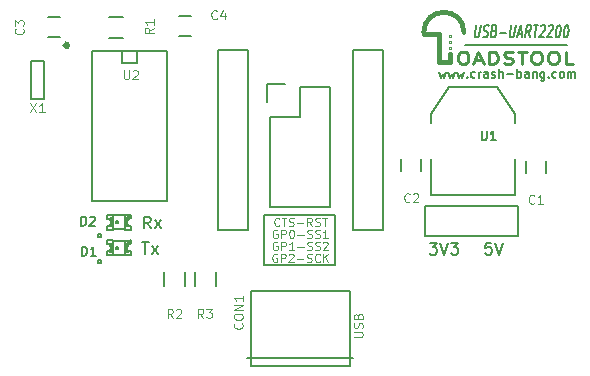
<source format=gto>
G04 #@! TF.FileFunction,Legend,Top*
%FSLAX46Y46*%
G04 Gerber Fmt 4.6, Leading zero omitted, Abs format (unit mm)*
G04 Created by KiCad (PCBNEW (2015-04-22 BZR 5620)-product) date 28/04/2015 22:04:39*
%MOMM*%
G01*
G04 APERTURE LIST*
%ADD10C,0.100000*%
%ADD11C,0.125000*%
%ADD12C,0.200000*%
%ADD13C,0.127000*%
%ADD14C,0.175000*%
%ADD15C,0.400000*%
%ADD16C,0.150000*%
%ADD17C,0.300000*%
%ADD18C,0.250000*%
G04 APERTURE END LIST*
D10*
D11*
X212815714Y-126691571D02*
X213432571Y-126691571D01*
X213505143Y-126655286D01*
X213541429Y-126619000D01*
X213577714Y-126546429D01*
X213577714Y-126401286D01*
X213541429Y-126328714D01*
X213505143Y-126292429D01*
X213432571Y-126256143D01*
X212815714Y-126256143D01*
X213541429Y-125929571D02*
X213577714Y-125820714D01*
X213577714Y-125639285D01*
X213541429Y-125566714D01*
X213505143Y-125530428D01*
X213432571Y-125494143D01*
X213360000Y-125494143D01*
X213287429Y-125530428D01*
X213251143Y-125566714D01*
X213214857Y-125639285D01*
X213178571Y-125784428D01*
X213142286Y-125857000D01*
X213106000Y-125893285D01*
X213033429Y-125929571D01*
X212960857Y-125929571D01*
X212888286Y-125893285D01*
X212852000Y-125857000D01*
X212815714Y-125784428D01*
X212815714Y-125603000D01*
X212852000Y-125494143D01*
X213178571Y-124913571D02*
X213214857Y-124804714D01*
X213251143Y-124768429D01*
X213323714Y-124732143D01*
X213432571Y-124732143D01*
X213505143Y-124768429D01*
X213541429Y-124804714D01*
X213577714Y-124877286D01*
X213577714Y-125167571D01*
X212815714Y-125167571D01*
X212815714Y-124913571D01*
X212852000Y-124841000D01*
X212888286Y-124804714D01*
X212960857Y-124768429D01*
X213033429Y-124768429D01*
X213106000Y-124804714D01*
X213142286Y-124841000D01*
X213178571Y-124913571D01*
X213178571Y-125167571D01*
D12*
X205232000Y-120586500D02*
X205232000Y-116332000D01*
X211264500Y-120586500D02*
X205232000Y-120586500D01*
X211264500Y-116332000D02*
X211264500Y-120586500D01*
X205232000Y-116332000D02*
X211264500Y-116332000D01*
D11*
X206313333Y-119665000D02*
X206246667Y-119631667D01*
X206146667Y-119631667D01*
X206046667Y-119665000D01*
X205980000Y-119731667D01*
X205946667Y-119798333D01*
X205913333Y-119931667D01*
X205913333Y-120031667D01*
X205946667Y-120165000D01*
X205980000Y-120231667D01*
X206046667Y-120298333D01*
X206146667Y-120331667D01*
X206213333Y-120331667D01*
X206313333Y-120298333D01*
X206346667Y-120265000D01*
X206346667Y-120031667D01*
X206213333Y-120031667D01*
X206646667Y-120331667D02*
X206646667Y-119631667D01*
X206913333Y-119631667D01*
X206980000Y-119665000D01*
X207013333Y-119698333D01*
X207046667Y-119765000D01*
X207046667Y-119865000D01*
X207013333Y-119931667D01*
X206980000Y-119965000D01*
X206913333Y-119998333D01*
X206646667Y-119998333D01*
X207313333Y-119698333D02*
X207346667Y-119665000D01*
X207413333Y-119631667D01*
X207580000Y-119631667D01*
X207646667Y-119665000D01*
X207680000Y-119698333D01*
X207713333Y-119765000D01*
X207713333Y-119831667D01*
X207680000Y-119931667D01*
X207280000Y-120331667D01*
X207713333Y-120331667D01*
X208013334Y-120065000D02*
X208546667Y-120065000D01*
X208846667Y-120298333D02*
X208946667Y-120331667D01*
X209113334Y-120331667D01*
X209180001Y-120298333D01*
X209213334Y-120265000D01*
X209246667Y-120198333D01*
X209246667Y-120131667D01*
X209213334Y-120065000D01*
X209180001Y-120031667D01*
X209113334Y-119998333D01*
X208980001Y-119965000D01*
X208913334Y-119931667D01*
X208880001Y-119898333D01*
X208846667Y-119831667D01*
X208846667Y-119765000D01*
X208880001Y-119698333D01*
X208913334Y-119665000D01*
X208980001Y-119631667D01*
X209146667Y-119631667D01*
X209246667Y-119665000D01*
X209946668Y-120265000D02*
X209913334Y-120298333D01*
X209813334Y-120331667D01*
X209746668Y-120331667D01*
X209646668Y-120298333D01*
X209580001Y-120231667D01*
X209546668Y-120165000D01*
X209513334Y-120031667D01*
X209513334Y-119931667D01*
X209546668Y-119798333D01*
X209580001Y-119731667D01*
X209646668Y-119665000D01*
X209746668Y-119631667D01*
X209813334Y-119631667D01*
X209913334Y-119665000D01*
X209946668Y-119698333D01*
X210246668Y-120331667D02*
X210246668Y-119631667D01*
X210646668Y-120331667D02*
X210346668Y-119931667D01*
X210646668Y-119631667D02*
X210246668Y-120031667D01*
X206346666Y-118649000D02*
X206280000Y-118615667D01*
X206180000Y-118615667D01*
X206080000Y-118649000D01*
X206013333Y-118715667D01*
X205980000Y-118782333D01*
X205946666Y-118915667D01*
X205946666Y-119015667D01*
X205980000Y-119149000D01*
X206013333Y-119215667D01*
X206080000Y-119282333D01*
X206180000Y-119315667D01*
X206246666Y-119315667D01*
X206346666Y-119282333D01*
X206380000Y-119249000D01*
X206380000Y-119015667D01*
X206246666Y-119015667D01*
X206680000Y-119315667D02*
X206680000Y-118615667D01*
X206946666Y-118615667D01*
X207013333Y-118649000D01*
X207046666Y-118682333D01*
X207080000Y-118749000D01*
X207080000Y-118849000D01*
X207046666Y-118915667D01*
X207013333Y-118949000D01*
X206946666Y-118982333D01*
X206680000Y-118982333D01*
X207746666Y-119315667D02*
X207346666Y-119315667D01*
X207546666Y-119315667D02*
X207546666Y-118615667D01*
X207480000Y-118715667D01*
X207413333Y-118782333D01*
X207346666Y-118815667D01*
X208046667Y-119049000D02*
X208580000Y-119049000D01*
X208880000Y-119282333D02*
X208980000Y-119315667D01*
X209146667Y-119315667D01*
X209213334Y-119282333D01*
X209246667Y-119249000D01*
X209280000Y-119182333D01*
X209280000Y-119115667D01*
X209246667Y-119049000D01*
X209213334Y-119015667D01*
X209146667Y-118982333D01*
X209013334Y-118949000D01*
X208946667Y-118915667D01*
X208913334Y-118882333D01*
X208880000Y-118815667D01*
X208880000Y-118749000D01*
X208913334Y-118682333D01*
X208946667Y-118649000D01*
X209013334Y-118615667D01*
X209180000Y-118615667D01*
X209280000Y-118649000D01*
X209546667Y-119282333D02*
X209646667Y-119315667D01*
X209813334Y-119315667D01*
X209880001Y-119282333D01*
X209913334Y-119249000D01*
X209946667Y-119182333D01*
X209946667Y-119115667D01*
X209913334Y-119049000D01*
X209880001Y-119015667D01*
X209813334Y-118982333D01*
X209680001Y-118949000D01*
X209613334Y-118915667D01*
X209580001Y-118882333D01*
X209546667Y-118815667D01*
X209546667Y-118749000D01*
X209580001Y-118682333D01*
X209613334Y-118649000D01*
X209680001Y-118615667D01*
X209846667Y-118615667D01*
X209946667Y-118649000D01*
X210213334Y-118682333D02*
X210246668Y-118649000D01*
X210313334Y-118615667D01*
X210480001Y-118615667D01*
X210546668Y-118649000D01*
X210580001Y-118682333D01*
X210613334Y-118749000D01*
X210613334Y-118815667D01*
X210580001Y-118915667D01*
X210180001Y-119315667D01*
X210613334Y-119315667D01*
X206346666Y-117633000D02*
X206280000Y-117599667D01*
X206180000Y-117599667D01*
X206080000Y-117633000D01*
X206013333Y-117699667D01*
X205980000Y-117766333D01*
X205946666Y-117899667D01*
X205946666Y-117999667D01*
X205980000Y-118133000D01*
X206013333Y-118199667D01*
X206080000Y-118266333D01*
X206180000Y-118299667D01*
X206246666Y-118299667D01*
X206346666Y-118266333D01*
X206380000Y-118233000D01*
X206380000Y-117999667D01*
X206246666Y-117999667D01*
X206680000Y-118299667D02*
X206680000Y-117599667D01*
X206946666Y-117599667D01*
X207013333Y-117633000D01*
X207046666Y-117666333D01*
X207080000Y-117733000D01*
X207080000Y-117833000D01*
X207046666Y-117899667D01*
X207013333Y-117933000D01*
X206946666Y-117966333D01*
X206680000Y-117966333D01*
X207513333Y-117599667D02*
X207580000Y-117599667D01*
X207646666Y-117633000D01*
X207680000Y-117666333D01*
X207713333Y-117733000D01*
X207746666Y-117866333D01*
X207746666Y-118033000D01*
X207713333Y-118166333D01*
X207680000Y-118233000D01*
X207646666Y-118266333D01*
X207580000Y-118299667D01*
X207513333Y-118299667D01*
X207446666Y-118266333D01*
X207413333Y-118233000D01*
X207380000Y-118166333D01*
X207346666Y-118033000D01*
X207346666Y-117866333D01*
X207380000Y-117733000D01*
X207413333Y-117666333D01*
X207446666Y-117633000D01*
X207513333Y-117599667D01*
X208046667Y-118033000D02*
X208580000Y-118033000D01*
X208880000Y-118266333D02*
X208980000Y-118299667D01*
X209146667Y-118299667D01*
X209213334Y-118266333D01*
X209246667Y-118233000D01*
X209280000Y-118166333D01*
X209280000Y-118099667D01*
X209246667Y-118033000D01*
X209213334Y-117999667D01*
X209146667Y-117966333D01*
X209013334Y-117933000D01*
X208946667Y-117899667D01*
X208913334Y-117866333D01*
X208880000Y-117799667D01*
X208880000Y-117733000D01*
X208913334Y-117666333D01*
X208946667Y-117633000D01*
X209013334Y-117599667D01*
X209180000Y-117599667D01*
X209280000Y-117633000D01*
X209546667Y-118266333D02*
X209646667Y-118299667D01*
X209813334Y-118299667D01*
X209880001Y-118266333D01*
X209913334Y-118233000D01*
X209946667Y-118166333D01*
X209946667Y-118099667D01*
X209913334Y-118033000D01*
X209880001Y-117999667D01*
X209813334Y-117966333D01*
X209680001Y-117933000D01*
X209613334Y-117899667D01*
X209580001Y-117866333D01*
X209546667Y-117799667D01*
X209546667Y-117733000D01*
X209580001Y-117666333D01*
X209613334Y-117633000D01*
X209680001Y-117599667D01*
X209846667Y-117599667D01*
X209946667Y-117633000D01*
X210613334Y-118299667D02*
X210213334Y-118299667D01*
X210413334Y-118299667D02*
X210413334Y-117599667D01*
X210346668Y-117699667D01*
X210280001Y-117766333D01*
X210213334Y-117799667D01*
X206513334Y-117217000D02*
X206480000Y-117250333D01*
X206380000Y-117283667D01*
X206313334Y-117283667D01*
X206213334Y-117250333D01*
X206146667Y-117183667D01*
X206113334Y-117117000D01*
X206080000Y-116983667D01*
X206080000Y-116883667D01*
X206113334Y-116750333D01*
X206146667Y-116683667D01*
X206213334Y-116617000D01*
X206313334Y-116583667D01*
X206380000Y-116583667D01*
X206480000Y-116617000D01*
X206513334Y-116650333D01*
X206713334Y-116583667D02*
X207113334Y-116583667D01*
X206913334Y-117283667D02*
X206913334Y-116583667D01*
X207313333Y-117250333D02*
X207413333Y-117283667D01*
X207580000Y-117283667D01*
X207646667Y-117250333D01*
X207680000Y-117217000D01*
X207713333Y-117150333D01*
X207713333Y-117083667D01*
X207680000Y-117017000D01*
X207646667Y-116983667D01*
X207580000Y-116950333D01*
X207446667Y-116917000D01*
X207380000Y-116883667D01*
X207346667Y-116850333D01*
X207313333Y-116783667D01*
X207313333Y-116717000D01*
X207346667Y-116650333D01*
X207380000Y-116617000D01*
X207446667Y-116583667D01*
X207613333Y-116583667D01*
X207713333Y-116617000D01*
X208013334Y-117017000D02*
X208546667Y-117017000D01*
X209280001Y-117283667D02*
X209046667Y-116950333D01*
X208880001Y-117283667D02*
X208880001Y-116583667D01*
X209146667Y-116583667D01*
X209213334Y-116617000D01*
X209246667Y-116650333D01*
X209280001Y-116717000D01*
X209280001Y-116817000D01*
X209246667Y-116883667D01*
X209213334Y-116917000D01*
X209146667Y-116950333D01*
X208880001Y-116950333D01*
X209546667Y-117250333D02*
X209646667Y-117283667D01*
X209813334Y-117283667D01*
X209880001Y-117250333D01*
X209913334Y-117217000D01*
X209946667Y-117150333D01*
X209946667Y-117083667D01*
X209913334Y-117017000D01*
X209880001Y-116983667D01*
X209813334Y-116950333D01*
X209680001Y-116917000D01*
X209613334Y-116883667D01*
X209580001Y-116850333D01*
X209546667Y-116783667D01*
X209546667Y-116717000D01*
X209580001Y-116650333D01*
X209613334Y-116617000D01*
X209680001Y-116583667D01*
X209846667Y-116583667D01*
X209946667Y-116617000D01*
X210146668Y-116583667D02*
X210546668Y-116583667D01*
X210346668Y-117283667D02*
X210346668Y-116583667D01*
D12*
X224472524Y-118705381D02*
X223996333Y-118705381D01*
X223948714Y-119181571D01*
X223996333Y-119133952D01*
X224091571Y-119086333D01*
X224329667Y-119086333D01*
X224424905Y-119133952D01*
X224472524Y-119181571D01*
X224520143Y-119276810D01*
X224520143Y-119514905D01*
X224472524Y-119610143D01*
X224424905Y-119657762D01*
X224329667Y-119705381D01*
X224091571Y-119705381D01*
X223996333Y-119657762D01*
X223948714Y-119610143D01*
X224805857Y-118705381D02*
X225139190Y-119705381D01*
X225472524Y-118705381D01*
X219233905Y-118705381D02*
X219852953Y-118705381D01*
X219519619Y-119086333D01*
X219662477Y-119086333D01*
X219757715Y-119133952D01*
X219805334Y-119181571D01*
X219852953Y-119276810D01*
X219852953Y-119514905D01*
X219805334Y-119610143D01*
X219757715Y-119657762D01*
X219662477Y-119705381D01*
X219376762Y-119705381D01*
X219281524Y-119657762D01*
X219233905Y-119610143D01*
X220138667Y-118705381D02*
X220472000Y-119705381D01*
X220805334Y-118705381D01*
X221043429Y-118705381D02*
X221662477Y-118705381D01*
X221329143Y-119086333D01*
X221472001Y-119086333D01*
X221567239Y-119133952D01*
X221614858Y-119181571D01*
X221662477Y-119276810D01*
X221662477Y-119514905D01*
X221614858Y-119610143D01*
X221567239Y-119657762D01*
X221472001Y-119705381D01*
X221186286Y-119705381D01*
X221091048Y-119657762D01*
X221043429Y-119610143D01*
X222250000Y-101981000D02*
X230886000Y-101981000D01*
D13*
X220068143Y-104237786D02*
X220207000Y-104723786D01*
X220345857Y-104376643D01*
X220484714Y-104723786D01*
X220623571Y-104237786D01*
X220831857Y-104237786D02*
X220970714Y-104723786D01*
X221109571Y-104376643D01*
X221248428Y-104723786D01*
X221387285Y-104237786D01*
X221595571Y-104237786D02*
X221734428Y-104723786D01*
X221873285Y-104376643D01*
X222012142Y-104723786D01*
X222150999Y-104237786D01*
X222428713Y-104654357D02*
X222463428Y-104689071D01*
X222428713Y-104723786D01*
X222393999Y-104689071D01*
X222428713Y-104654357D01*
X222428713Y-104723786D01*
X223088285Y-104689071D02*
X223018856Y-104723786D01*
X222879999Y-104723786D01*
X222810571Y-104689071D01*
X222775856Y-104654357D01*
X222741142Y-104584929D01*
X222741142Y-104376643D01*
X222775856Y-104307214D01*
X222810571Y-104272500D01*
X222879999Y-104237786D01*
X223018856Y-104237786D01*
X223088285Y-104272500D01*
X223400713Y-104723786D02*
X223400713Y-104237786D01*
X223400713Y-104376643D02*
X223435428Y-104307214D01*
X223470142Y-104272500D01*
X223539571Y-104237786D01*
X223608999Y-104237786D01*
X224164428Y-104723786D02*
X224164428Y-104341929D01*
X224129714Y-104272500D01*
X224060285Y-104237786D01*
X223921428Y-104237786D01*
X223851999Y-104272500D01*
X224164428Y-104689071D02*
X224094999Y-104723786D01*
X223921428Y-104723786D01*
X223851999Y-104689071D01*
X223817285Y-104619643D01*
X223817285Y-104550214D01*
X223851999Y-104480786D01*
X223921428Y-104446071D01*
X224094999Y-104446071D01*
X224164428Y-104411357D01*
X224476856Y-104689071D02*
X224546285Y-104723786D01*
X224685142Y-104723786D01*
X224754570Y-104689071D01*
X224789285Y-104619643D01*
X224789285Y-104584929D01*
X224754570Y-104515500D01*
X224685142Y-104480786D01*
X224580999Y-104480786D01*
X224511570Y-104446071D01*
X224476856Y-104376643D01*
X224476856Y-104341929D01*
X224511570Y-104272500D01*
X224580999Y-104237786D01*
X224685142Y-104237786D01*
X224754570Y-104272500D01*
X225101713Y-104723786D02*
X225101713Y-103994786D01*
X225414142Y-104723786D02*
X225414142Y-104341929D01*
X225379428Y-104272500D01*
X225309999Y-104237786D01*
X225205856Y-104237786D01*
X225136428Y-104272500D01*
X225101713Y-104307214D01*
X225761284Y-104446071D02*
X226316713Y-104446071D01*
X226663855Y-104723786D02*
X226663855Y-103994786D01*
X226663855Y-104272500D02*
X226733284Y-104237786D01*
X226872141Y-104237786D01*
X226941570Y-104272500D01*
X226976284Y-104307214D01*
X227010998Y-104376643D01*
X227010998Y-104584929D01*
X226976284Y-104654357D01*
X226941570Y-104689071D01*
X226872141Y-104723786D01*
X226733284Y-104723786D01*
X226663855Y-104689071D01*
X227635855Y-104723786D02*
X227635855Y-104341929D01*
X227601141Y-104272500D01*
X227531712Y-104237786D01*
X227392855Y-104237786D01*
X227323426Y-104272500D01*
X227635855Y-104689071D02*
X227566426Y-104723786D01*
X227392855Y-104723786D01*
X227323426Y-104689071D01*
X227288712Y-104619643D01*
X227288712Y-104550214D01*
X227323426Y-104480786D01*
X227392855Y-104446071D01*
X227566426Y-104446071D01*
X227635855Y-104411357D01*
X227982997Y-104237786D02*
X227982997Y-104723786D01*
X227982997Y-104307214D02*
X228017712Y-104272500D01*
X228087140Y-104237786D01*
X228191283Y-104237786D01*
X228260712Y-104272500D01*
X228295426Y-104341929D01*
X228295426Y-104723786D01*
X228954997Y-104237786D02*
X228954997Y-104827929D01*
X228920283Y-104897357D01*
X228885568Y-104932071D01*
X228816140Y-104966786D01*
X228711997Y-104966786D01*
X228642568Y-104932071D01*
X228954997Y-104689071D02*
X228885568Y-104723786D01*
X228746711Y-104723786D01*
X228677283Y-104689071D01*
X228642568Y-104654357D01*
X228607854Y-104584929D01*
X228607854Y-104376643D01*
X228642568Y-104307214D01*
X228677283Y-104272500D01*
X228746711Y-104237786D01*
X228885568Y-104237786D01*
X228954997Y-104272500D01*
X229302139Y-104654357D02*
X229336854Y-104689071D01*
X229302139Y-104723786D01*
X229267425Y-104689071D01*
X229302139Y-104654357D01*
X229302139Y-104723786D01*
X229961711Y-104689071D02*
X229892282Y-104723786D01*
X229753425Y-104723786D01*
X229683997Y-104689071D01*
X229649282Y-104654357D01*
X229614568Y-104584929D01*
X229614568Y-104376643D01*
X229649282Y-104307214D01*
X229683997Y-104272500D01*
X229753425Y-104237786D01*
X229892282Y-104237786D01*
X229961711Y-104272500D01*
X230378282Y-104723786D02*
X230308854Y-104689071D01*
X230274139Y-104654357D01*
X230239425Y-104584929D01*
X230239425Y-104376643D01*
X230274139Y-104307214D01*
X230308854Y-104272500D01*
X230378282Y-104237786D01*
X230482425Y-104237786D01*
X230551854Y-104272500D01*
X230586568Y-104307214D01*
X230621282Y-104376643D01*
X230621282Y-104584929D01*
X230586568Y-104654357D01*
X230551854Y-104689071D01*
X230482425Y-104723786D01*
X230378282Y-104723786D01*
X230933710Y-104723786D02*
X230933710Y-104237786D01*
X230933710Y-104307214D02*
X230968425Y-104272500D01*
X231037853Y-104237786D01*
X231141996Y-104237786D01*
X231211425Y-104272500D01*
X231246139Y-104341929D01*
X231246139Y-104723786D01*
X231246139Y-104341929D02*
X231280853Y-104272500D01*
X231350282Y-104237786D01*
X231454425Y-104237786D01*
X231523853Y-104272500D01*
X231558568Y-104341929D01*
X231558568Y-104723786D01*
D14*
X223150118Y-100290381D02*
X223048928Y-101099905D01*
X223070356Y-101195143D01*
X223097737Y-101242762D01*
X223158451Y-101290381D01*
X223291784Y-101290381D01*
X223364404Y-101242762D01*
X223403689Y-101195143D01*
X223448928Y-101099905D01*
X223550118Y-100290381D01*
X223731070Y-101242762D02*
X223825117Y-101290381D01*
X223991784Y-101290381D01*
X224064404Y-101242762D01*
X224103689Y-101195143D01*
X224148927Y-101099905D01*
X224160832Y-101004667D01*
X224139403Y-100909429D01*
X224112023Y-100861810D01*
X224051308Y-100814190D01*
X223923928Y-100766571D01*
X223863213Y-100718952D01*
X223835832Y-100671333D01*
X223814403Y-100576095D01*
X223826308Y-100480857D01*
X223871547Y-100385619D01*
X223910832Y-100338000D01*
X223983451Y-100290381D01*
X224150117Y-100290381D01*
X224244165Y-100338000D01*
X224723928Y-100766571D02*
X224817975Y-100814190D01*
X224845356Y-100861810D01*
X224866785Y-100957048D01*
X224848928Y-101099905D01*
X224803689Y-101195143D01*
X224764404Y-101242762D01*
X224691784Y-101290381D01*
X224425118Y-101290381D01*
X224550118Y-100290381D01*
X224783451Y-100290381D01*
X224844166Y-100338000D01*
X224871547Y-100385619D01*
X224892975Y-100480857D01*
X224881070Y-100576095D01*
X224835832Y-100671333D01*
X224796547Y-100718952D01*
X224723928Y-100766571D01*
X224490595Y-100766571D01*
X225172737Y-100909429D02*
X225706070Y-100909429D01*
X226116785Y-100290381D02*
X226015595Y-101099905D01*
X226037023Y-101195143D01*
X226064404Y-101242762D01*
X226125118Y-101290381D01*
X226258451Y-101290381D01*
X226331071Y-101242762D01*
X226370356Y-101195143D01*
X226415595Y-101099905D01*
X226516785Y-100290381D01*
X226727499Y-101004667D02*
X227060833Y-101004667D01*
X226625118Y-101290381D02*
X226983451Y-100290381D01*
X227091784Y-101290381D01*
X227725118Y-101290381D02*
X227551308Y-100814190D01*
X227325118Y-101290381D02*
X227450118Y-100290381D01*
X227716784Y-100290381D01*
X227777499Y-100338000D01*
X227804880Y-100385619D01*
X227826309Y-100480857D01*
X227808452Y-100623714D01*
X227763213Y-100718952D01*
X227723928Y-100766571D01*
X227651308Y-100814190D01*
X227384642Y-100814190D01*
X228050118Y-100290381D02*
X228450118Y-100290381D01*
X228125118Y-101290381D02*
X228250118Y-100290381D01*
X228638213Y-100385619D02*
X228677499Y-100338000D01*
X228750117Y-100290381D01*
X228916784Y-100290381D01*
X228977499Y-100338000D01*
X229004880Y-100385619D01*
X229026308Y-100480857D01*
X229014403Y-100576095D01*
X228963213Y-100718952D01*
X228491784Y-101290381D01*
X228925117Y-101290381D01*
X229304880Y-100385619D02*
X229344166Y-100338000D01*
X229416784Y-100290381D01*
X229583451Y-100290381D01*
X229644166Y-100338000D01*
X229671547Y-100385619D01*
X229692975Y-100480857D01*
X229681070Y-100576095D01*
X229629880Y-100718952D01*
X229158451Y-101290381D01*
X229591784Y-101290381D01*
X230150118Y-100290381D02*
X230216785Y-100290381D01*
X230277499Y-100338000D01*
X230304881Y-100385619D01*
X230326309Y-100480857D01*
X230335832Y-100671333D01*
X230306070Y-100909429D01*
X230248928Y-101099905D01*
X230203690Y-101195143D01*
X230164404Y-101242762D01*
X230091785Y-101290381D01*
X230025118Y-101290381D01*
X229964404Y-101242762D01*
X229937023Y-101195143D01*
X229915595Y-101099905D01*
X229906070Y-100909429D01*
X229935832Y-100671333D01*
X229992976Y-100480857D01*
X230038214Y-100385619D01*
X230077499Y-100338000D01*
X230150118Y-100290381D01*
X230816785Y-100290381D02*
X230883452Y-100290381D01*
X230944166Y-100338000D01*
X230971548Y-100385619D01*
X230992976Y-100480857D01*
X231002499Y-100671333D01*
X230972737Y-100909429D01*
X230915595Y-101099905D01*
X230870357Y-101195143D01*
X230831071Y-101242762D01*
X230758452Y-101290381D01*
X230691785Y-101290381D01*
X230631071Y-101242762D01*
X230603690Y-101195143D01*
X230582262Y-101099905D01*
X230572737Y-100909429D01*
X230602499Y-100671333D01*
X230659643Y-100480857D01*
X230704881Y-100385619D01*
X230744166Y-100338000D01*
X230816785Y-100290381D01*
D10*
X220844000Y-101292000D02*
X220844000Y-101092000D01*
X220844000Y-101092000D02*
X221044000Y-101092000D01*
X221044000Y-101092000D02*
X221044000Y-101292000D01*
X221044000Y-101292000D02*
X220844000Y-101292000D01*
X220844000Y-101792000D02*
X220844000Y-101592000D01*
X220844000Y-101592000D02*
X221044000Y-101592000D01*
X221044000Y-101592000D02*
X221044000Y-101792000D01*
X221044000Y-101792000D02*
X220844000Y-101792000D01*
X220844000Y-102292000D02*
X220844000Y-102092000D01*
X220844000Y-102092000D02*
X221044000Y-102092000D01*
X221044000Y-102092000D02*
X221044000Y-102292000D01*
X221044000Y-102292000D02*
X220844000Y-102292000D01*
D15*
X220044000Y-103392000D02*
X220944000Y-103392000D01*
X220944000Y-103392000D02*
X220944000Y-102692000D01*
X220044000Y-100992000D02*
X220044000Y-103392000D01*
X218744000Y-100992000D02*
X220044000Y-100992000D01*
X222144000Y-100892000D02*
G75*
G03X218744000Y-100892000I-1700000J0D01*
G01*
D16*
X201295000Y-102412000D02*
X201295000Y-117602000D01*
X201295000Y-117602000D02*
X203835000Y-117602000D01*
X203835000Y-117602000D02*
X203835000Y-102412000D01*
X201295000Y-102402000D02*
X203835000Y-102402000D01*
X212725000Y-102412000D02*
X212725000Y-117602000D01*
X212725000Y-117602000D02*
X215265000Y-117602000D01*
X215265000Y-117602000D02*
X215265000Y-102412000D01*
X212725000Y-102402000D02*
X215265000Y-102402000D01*
X227369000Y-111768000D02*
X227369000Y-112768000D01*
X229069000Y-112768000D02*
X229069000Y-111768000D01*
X218528000Y-112641000D02*
X218528000Y-111641000D01*
X216828000Y-111641000D02*
X216828000Y-112641000D01*
X187952000Y-99607000D02*
X186952000Y-99607000D01*
X186952000Y-101307000D02*
X187952000Y-101307000D01*
X198001000Y-101180000D02*
X199001000Y-101180000D01*
X199001000Y-99480000D02*
X198001000Y-99480000D01*
D12*
X191163000Y-120126000D02*
X191413000Y-120126000D01*
X191413000Y-120126000D02*
X191413000Y-120376000D01*
X191413000Y-120376000D02*
X191163000Y-120376000D01*
X191163000Y-120376000D02*
X191163000Y-120126000D01*
D16*
X193410840Y-119425720D02*
X193410840Y-119750840D01*
X193410840Y-119750840D02*
X193911220Y-119750840D01*
X193911220Y-119425720D02*
X193911220Y-119750840D01*
X193410840Y-119425720D02*
X193911220Y-119425720D01*
X193410840Y-118803420D02*
X193410840Y-118953280D01*
X193410840Y-118953280D02*
X193662300Y-118953280D01*
X193662300Y-118803420D02*
X193662300Y-118953280D01*
X193410840Y-118803420D02*
X193662300Y-118803420D01*
X193410840Y-119298720D02*
X193410840Y-119448580D01*
X193410840Y-119448580D02*
X193662300Y-119448580D01*
X193662300Y-119298720D02*
X193662300Y-119448580D01*
X193410840Y-119298720D02*
X193662300Y-119298720D01*
X193410840Y-118927880D02*
X193410840Y-119324120D01*
X193410840Y-119324120D02*
X193586100Y-119324120D01*
X193586100Y-118927880D02*
X193586100Y-119324120D01*
X193410840Y-118927880D02*
X193586100Y-118927880D01*
X191914780Y-119425720D02*
X191914780Y-119750840D01*
X191914780Y-119750840D02*
X192415160Y-119750840D01*
X192415160Y-119425720D02*
X192415160Y-119750840D01*
X191914780Y-119425720D02*
X192415160Y-119425720D01*
X191914780Y-118501160D02*
X191914780Y-118826280D01*
X191914780Y-118826280D02*
X192415160Y-118826280D01*
X192415160Y-118501160D02*
X192415160Y-118826280D01*
X191914780Y-118501160D02*
X192415160Y-118501160D01*
X192163700Y-119298720D02*
X192163700Y-119448580D01*
X192163700Y-119448580D02*
X192415160Y-119448580D01*
X192415160Y-119298720D02*
X192415160Y-119448580D01*
X192163700Y-119298720D02*
X192415160Y-119298720D01*
X192163700Y-118803420D02*
X192163700Y-118953280D01*
X192163700Y-118953280D02*
X192415160Y-118953280D01*
X192415160Y-118803420D02*
X192415160Y-118953280D01*
X192163700Y-118803420D02*
X192415160Y-118803420D01*
X192239900Y-118927880D02*
X192239900Y-119324120D01*
X192239900Y-119324120D02*
X192415160Y-119324120D01*
X192415160Y-118927880D02*
X192415160Y-119324120D01*
X192239900Y-118927880D02*
X192415160Y-118927880D01*
X192663000Y-119026940D02*
X192663000Y-119225060D01*
X192663000Y-119225060D02*
X192861120Y-119225060D01*
X192861120Y-119026940D02*
X192861120Y-119225060D01*
X192663000Y-119026940D02*
X192861120Y-119026940D01*
X193410840Y-118526560D02*
X193410840Y-118826280D01*
X193410840Y-118826280D02*
X193710560Y-118826280D01*
X193710560Y-118526560D02*
X193710560Y-118826280D01*
X193410840Y-118526560D02*
X193710560Y-118526560D01*
X193837560Y-118501160D02*
X193837560Y-118727220D01*
X193837560Y-118727220D02*
X193911220Y-118727220D01*
X193911220Y-118501160D02*
X193911220Y-118727220D01*
X193837560Y-118501160D02*
X193911220Y-118501160D01*
X193436240Y-119700040D02*
X192389760Y-119700040D01*
X192415160Y-118551960D02*
X193837560Y-118551960D01*
X193833202Y-118676420D02*
G75*
G03X193833202Y-118676420I-71842J0D01*
G01*
X193911220Y-118778020D02*
G75*
G03X193911220Y-119473980I0J-347980D01*
G01*
X191914780Y-119473980D02*
G75*
G03X191914780Y-118778020I0J347980D01*
G01*
D12*
X191163000Y-117967000D02*
X191413000Y-117967000D01*
X191413000Y-117967000D02*
X191413000Y-118217000D01*
X191413000Y-118217000D02*
X191163000Y-118217000D01*
X191163000Y-118217000D02*
X191163000Y-117967000D01*
D16*
X193410840Y-117266720D02*
X193410840Y-117591840D01*
X193410840Y-117591840D02*
X193911220Y-117591840D01*
X193911220Y-117266720D02*
X193911220Y-117591840D01*
X193410840Y-117266720D02*
X193911220Y-117266720D01*
X193410840Y-116644420D02*
X193410840Y-116794280D01*
X193410840Y-116794280D02*
X193662300Y-116794280D01*
X193662300Y-116644420D02*
X193662300Y-116794280D01*
X193410840Y-116644420D02*
X193662300Y-116644420D01*
X193410840Y-117139720D02*
X193410840Y-117289580D01*
X193410840Y-117289580D02*
X193662300Y-117289580D01*
X193662300Y-117139720D02*
X193662300Y-117289580D01*
X193410840Y-117139720D02*
X193662300Y-117139720D01*
X193410840Y-116768880D02*
X193410840Y-117165120D01*
X193410840Y-117165120D02*
X193586100Y-117165120D01*
X193586100Y-116768880D02*
X193586100Y-117165120D01*
X193410840Y-116768880D02*
X193586100Y-116768880D01*
X191914780Y-117266720D02*
X191914780Y-117591840D01*
X191914780Y-117591840D02*
X192415160Y-117591840D01*
X192415160Y-117266720D02*
X192415160Y-117591840D01*
X191914780Y-117266720D02*
X192415160Y-117266720D01*
X191914780Y-116342160D02*
X191914780Y-116667280D01*
X191914780Y-116667280D02*
X192415160Y-116667280D01*
X192415160Y-116342160D02*
X192415160Y-116667280D01*
X191914780Y-116342160D02*
X192415160Y-116342160D01*
X192163700Y-117139720D02*
X192163700Y-117289580D01*
X192163700Y-117289580D02*
X192415160Y-117289580D01*
X192415160Y-117139720D02*
X192415160Y-117289580D01*
X192163700Y-117139720D02*
X192415160Y-117139720D01*
X192163700Y-116644420D02*
X192163700Y-116794280D01*
X192163700Y-116794280D02*
X192415160Y-116794280D01*
X192415160Y-116644420D02*
X192415160Y-116794280D01*
X192163700Y-116644420D02*
X192415160Y-116644420D01*
X192239900Y-116768880D02*
X192239900Y-117165120D01*
X192239900Y-117165120D02*
X192415160Y-117165120D01*
X192415160Y-116768880D02*
X192415160Y-117165120D01*
X192239900Y-116768880D02*
X192415160Y-116768880D01*
X192663000Y-116867940D02*
X192663000Y-117066060D01*
X192663000Y-117066060D02*
X192861120Y-117066060D01*
X192861120Y-116867940D02*
X192861120Y-117066060D01*
X192663000Y-116867940D02*
X192861120Y-116867940D01*
X193410840Y-116367560D02*
X193410840Y-116667280D01*
X193410840Y-116667280D02*
X193710560Y-116667280D01*
X193710560Y-116367560D02*
X193710560Y-116667280D01*
X193410840Y-116367560D02*
X193710560Y-116367560D01*
X193837560Y-116342160D02*
X193837560Y-116568220D01*
X193837560Y-116568220D02*
X193911220Y-116568220D01*
X193911220Y-116342160D02*
X193911220Y-116568220D01*
X193837560Y-116342160D02*
X193911220Y-116342160D01*
X193436240Y-117541040D02*
X192389760Y-117541040D01*
X192415160Y-116392960D02*
X193837560Y-116392960D01*
X193833202Y-116517420D02*
G75*
G03X193833202Y-116517420I-71842J0D01*
G01*
X193911220Y-116619020D02*
G75*
G03X193911220Y-117314980I0J-347980D01*
G01*
X191914780Y-117314980D02*
G75*
G03X191914780Y-116619020I0J347980D01*
G01*
X226695000Y-115570000D02*
X218821000Y-115570000D01*
X218821000Y-115570000D02*
X218821000Y-118110000D01*
X218821000Y-118110000D02*
X226695000Y-118110000D01*
X226695000Y-118110000D02*
X226695000Y-115570000D01*
X193259000Y-101332000D02*
X192059000Y-101332000D01*
X192059000Y-99582000D02*
X193259000Y-99582000D01*
X196737000Y-122393000D02*
X196737000Y-121193000D01*
X198487000Y-121193000D02*
X198487000Y-122393000D01*
X199404000Y-122393000D02*
X199404000Y-121193000D01*
X201154000Y-121193000D02*
X201154000Y-122393000D01*
X219329000Y-111633000D02*
X219329000Y-114681000D01*
X219329000Y-114681000D02*
X226441000Y-114681000D01*
X226441000Y-114681000D02*
X226441000Y-111633000D01*
X219329000Y-108585000D02*
X219329000Y-107823000D01*
X219329000Y-107823000D02*
X220853000Y-105537000D01*
X220853000Y-105537000D02*
X224917000Y-105537000D01*
X224917000Y-105537000D02*
X226441000Y-107823000D01*
X226441000Y-107823000D02*
X226441000Y-108585000D01*
D17*
X188647605Y-101981000D02*
G75*
G03X188647605Y-101981000I-179605J0D01*
G01*
D16*
X196977000Y-115189000D02*
X190627000Y-115189000D01*
X196977000Y-102489000D02*
X190627000Y-102489000D01*
X196977000Y-115189000D02*
X196977000Y-102489000D01*
X194437000Y-102489000D02*
X194437000Y-103505000D01*
X194437000Y-103505000D02*
X193167000Y-103505000D01*
X193167000Y-103505000D02*
X193167000Y-102489000D01*
X190627000Y-102489000D02*
X190627000Y-115189000D01*
X186605000Y-106502000D02*
X185505000Y-106502000D01*
X186605000Y-103302000D02*
X185505000Y-103302000D01*
X185505000Y-103302000D02*
X185505000Y-106502000D01*
X186605000Y-103302000D02*
X186605000Y-106502000D01*
X205740000Y-108077000D02*
X205740000Y-115697000D01*
X205740000Y-115697000D02*
X210820000Y-115697000D01*
X210820000Y-115697000D02*
X210820000Y-105537000D01*
X210820000Y-105537000D02*
X208280000Y-105537000D01*
X207010000Y-105257000D02*
X205460000Y-105257000D01*
X208280000Y-105537000D02*
X208280000Y-108077000D01*
X208280000Y-108077000D02*
X205740000Y-108077000D01*
X205460000Y-105257000D02*
X205460000Y-106807000D01*
X204080000Y-129150000D02*
X212480000Y-129150000D01*
X204080000Y-122800000D02*
X212480000Y-122800000D01*
X212480000Y-122800000D02*
X212480000Y-129150000D01*
X203780000Y-128450000D02*
X212780000Y-128450000D01*
X204080000Y-129150000D02*
X204080000Y-122800000D01*
D18*
X221944000Y-102544381D02*
X222201143Y-102544381D01*
X222329715Y-102592000D01*
X222458286Y-102687238D01*
X222522572Y-102877714D01*
X222522572Y-103211048D01*
X222458286Y-103401524D01*
X222329715Y-103496762D01*
X222201143Y-103544381D01*
X221944000Y-103544381D01*
X221815429Y-103496762D01*
X221686858Y-103401524D01*
X221622572Y-103211048D01*
X221622572Y-102877714D01*
X221686858Y-102687238D01*
X221815429Y-102592000D01*
X221944000Y-102544381D01*
X223036858Y-103258667D02*
X223679715Y-103258667D01*
X222908286Y-103544381D02*
X223358286Y-102544381D01*
X223808286Y-103544381D01*
X224258287Y-103544381D02*
X224258287Y-102544381D01*
X224579715Y-102544381D01*
X224772572Y-102592000D01*
X224901144Y-102687238D01*
X224965429Y-102782476D01*
X225029715Y-102972952D01*
X225029715Y-103115810D01*
X224965429Y-103306286D01*
X224901144Y-103401524D01*
X224772572Y-103496762D01*
X224579715Y-103544381D01*
X224258287Y-103544381D01*
X225544001Y-103496762D02*
X225736858Y-103544381D01*
X226058287Y-103544381D01*
X226186858Y-103496762D01*
X226251144Y-103449143D01*
X226315429Y-103353905D01*
X226315429Y-103258667D01*
X226251144Y-103163429D01*
X226186858Y-103115810D01*
X226058287Y-103068190D01*
X225801144Y-103020571D01*
X225672572Y-102972952D01*
X225608287Y-102925333D01*
X225544001Y-102830095D01*
X225544001Y-102734857D01*
X225608287Y-102639619D01*
X225672572Y-102592000D01*
X225801144Y-102544381D01*
X226122572Y-102544381D01*
X226315429Y-102592000D01*
X226701143Y-102544381D02*
X227472572Y-102544381D01*
X227086858Y-103544381D02*
X227086858Y-102544381D01*
X228179714Y-102544381D02*
X228436857Y-102544381D01*
X228565429Y-102592000D01*
X228694000Y-102687238D01*
X228758286Y-102877714D01*
X228758286Y-103211048D01*
X228694000Y-103401524D01*
X228565429Y-103496762D01*
X228436857Y-103544381D01*
X228179714Y-103544381D01*
X228051143Y-103496762D01*
X227922572Y-103401524D01*
X227858286Y-103211048D01*
X227858286Y-102877714D01*
X227922572Y-102687238D01*
X228051143Y-102592000D01*
X228179714Y-102544381D01*
X229594000Y-102544381D02*
X229851143Y-102544381D01*
X229979715Y-102592000D01*
X230108286Y-102687238D01*
X230172572Y-102877714D01*
X230172572Y-103211048D01*
X230108286Y-103401524D01*
X229979715Y-103496762D01*
X229851143Y-103544381D01*
X229594000Y-103544381D01*
X229465429Y-103496762D01*
X229336858Y-103401524D01*
X229272572Y-103211048D01*
X229272572Y-102877714D01*
X229336858Y-102687238D01*
X229465429Y-102592000D01*
X229594000Y-102544381D01*
X231394001Y-103544381D02*
X230751144Y-103544381D01*
X230751144Y-102544381D01*
D11*
X228092000Y-115334143D02*
X228055714Y-115370429D01*
X227946857Y-115406714D01*
X227874286Y-115406714D01*
X227765429Y-115370429D01*
X227692857Y-115297857D01*
X227656572Y-115225286D01*
X227620286Y-115080143D01*
X227620286Y-114971286D01*
X227656572Y-114826143D01*
X227692857Y-114753571D01*
X227765429Y-114681000D01*
X227874286Y-114644714D01*
X227946857Y-114644714D01*
X228055714Y-114681000D01*
X228092000Y-114717286D01*
X228817714Y-115406714D02*
X228382286Y-115406714D01*
X228600000Y-115406714D02*
X228600000Y-114644714D01*
X228527429Y-114753571D01*
X228454857Y-114826143D01*
X228382286Y-114862429D01*
X217551000Y-115207143D02*
X217514714Y-115243429D01*
X217405857Y-115279714D01*
X217333286Y-115279714D01*
X217224429Y-115243429D01*
X217151857Y-115170857D01*
X217115572Y-115098286D01*
X217079286Y-114953143D01*
X217079286Y-114844286D01*
X217115572Y-114699143D01*
X217151857Y-114626571D01*
X217224429Y-114554000D01*
X217333286Y-114517714D01*
X217405857Y-114517714D01*
X217514714Y-114554000D01*
X217551000Y-114590286D01*
X217841286Y-114590286D02*
X217877572Y-114554000D01*
X217950143Y-114517714D01*
X218131572Y-114517714D01*
X218204143Y-114554000D01*
X218240429Y-114590286D01*
X218276714Y-114662857D01*
X218276714Y-114735429D01*
X218240429Y-114844286D01*
X217805000Y-115279714D01*
X218276714Y-115279714D01*
X184803143Y-100584000D02*
X184839429Y-100620286D01*
X184875714Y-100729143D01*
X184875714Y-100801714D01*
X184839429Y-100910571D01*
X184766857Y-100983143D01*
X184694286Y-101019428D01*
X184549143Y-101055714D01*
X184440286Y-101055714D01*
X184295143Y-101019428D01*
X184222571Y-100983143D01*
X184150000Y-100910571D01*
X184113714Y-100801714D01*
X184113714Y-100729143D01*
X184150000Y-100620286D01*
X184186286Y-100584000D01*
X184113714Y-100330000D02*
X184113714Y-99858286D01*
X184404000Y-100112286D01*
X184404000Y-100003428D01*
X184440286Y-99930857D01*
X184476571Y-99894571D01*
X184549143Y-99858286D01*
X184730571Y-99858286D01*
X184803143Y-99894571D01*
X184839429Y-99930857D01*
X184875714Y-100003428D01*
X184875714Y-100221143D01*
X184839429Y-100293714D01*
X184803143Y-100330000D01*
X201231500Y-99713143D02*
X201195214Y-99749429D01*
X201086357Y-99785714D01*
X201013786Y-99785714D01*
X200904929Y-99749429D01*
X200832357Y-99676857D01*
X200796072Y-99604286D01*
X200759786Y-99459143D01*
X200759786Y-99350286D01*
X200796072Y-99205143D01*
X200832357Y-99132571D01*
X200904929Y-99060000D01*
X201013786Y-99023714D01*
X201086357Y-99023714D01*
X201195214Y-99060000D01*
X201231500Y-99096286D01*
X201884643Y-99277714D02*
X201884643Y-99785714D01*
X201703214Y-98987429D02*
X201521786Y-99531714D01*
X201993500Y-99531714D01*
D13*
X189810572Y-119788214D02*
X189810572Y-119026214D01*
X189992000Y-119026214D01*
X190100857Y-119062500D01*
X190173429Y-119135071D01*
X190209714Y-119207643D01*
X190246000Y-119352786D01*
X190246000Y-119461643D01*
X190209714Y-119606786D01*
X190173429Y-119679357D01*
X190100857Y-119751929D01*
X189992000Y-119788214D01*
X189810572Y-119788214D01*
X190971714Y-119788214D02*
X190536286Y-119788214D01*
X190754000Y-119788214D02*
X190754000Y-119026214D01*
X190681429Y-119135071D01*
X190608857Y-119207643D01*
X190536286Y-119243929D01*
D12*
X194889524Y-118641881D02*
X195460953Y-118641881D01*
X195175238Y-119641881D02*
X195175238Y-118641881D01*
X195699048Y-119641881D02*
X196222858Y-118975214D01*
X195699048Y-118975214D02*
X196222858Y-119641881D01*
D13*
X189747072Y-117248214D02*
X189747072Y-116486214D01*
X189928500Y-116486214D01*
X190037357Y-116522500D01*
X190109929Y-116595071D01*
X190146214Y-116667643D01*
X190182500Y-116812786D01*
X190182500Y-116921643D01*
X190146214Y-117066786D01*
X190109929Y-117139357D01*
X190037357Y-117211929D01*
X189928500Y-117248214D01*
X189747072Y-117248214D01*
X190472786Y-116558786D02*
X190509072Y-116522500D01*
X190581643Y-116486214D01*
X190763072Y-116486214D01*
X190835643Y-116522500D01*
X190871929Y-116558786D01*
X190908214Y-116631357D01*
X190908214Y-116703929D01*
X190871929Y-116812786D01*
X190436500Y-117248214D01*
X190908214Y-117248214D01*
D12*
X195611762Y-117482881D02*
X195278428Y-117006690D01*
X195040333Y-117482881D02*
X195040333Y-116482881D01*
X195421286Y-116482881D01*
X195516524Y-116530500D01*
X195564143Y-116578119D01*
X195611762Y-116673357D01*
X195611762Y-116816214D01*
X195564143Y-116911452D01*
X195516524Y-116959071D01*
X195421286Y-117006690D01*
X195040333Y-117006690D01*
X195945095Y-117482881D02*
X196468905Y-116816214D01*
X195945095Y-116816214D02*
X196468905Y-117482881D01*
D11*
X195861214Y-100520500D02*
X195498357Y-100774500D01*
X195861214Y-100955928D02*
X195099214Y-100955928D01*
X195099214Y-100665643D01*
X195135500Y-100593071D01*
X195171786Y-100556786D01*
X195244357Y-100520500D01*
X195353214Y-100520500D01*
X195425786Y-100556786D01*
X195462071Y-100593071D01*
X195498357Y-100665643D01*
X195498357Y-100955928D01*
X195861214Y-99794786D02*
X195861214Y-100230214D01*
X195861214Y-100012500D02*
X195099214Y-100012500D01*
X195208071Y-100085071D01*
X195280643Y-100157643D01*
X195316929Y-100230214D01*
X197485000Y-125058714D02*
X197231000Y-124695857D01*
X197049572Y-125058714D02*
X197049572Y-124296714D01*
X197339857Y-124296714D01*
X197412429Y-124333000D01*
X197448714Y-124369286D01*
X197485000Y-124441857D01*
X197485000Y-124550714D01*
X197448714Y-124623286D01*
X197412429Y-124659571D01*
X197339857Y-124695857D01*
X197049572Y-124695857D01*
X197775286Y-124369286D02*
X197811572Y-124333000D01*
X197884143Y-124296714D01*
X198065572Y-124296714D01*
X198138143Y-124333000D01*
X198174429Y-124369286D01*
X198210714Y-124441857D01*
X198210714Y-124514429D01*
X198174429Y-124623286D01*
X197739000Y-125058714D01*
X198210714Y-125058714D01*
X200088500Y-125058714D02*
X199834500Y-124695857D01*
X199653072Y-125058714D02*
X199653072Y-124296714D01*
X199943357Y-124296714D01*
X200015929Y-124333000D01*
X200052214Y-124369286D01*
X200088500Y-124441857D01*
X200088500Y-124550714D01*
X200052214Y-124623286D01*
X200015929Y-124659571D01*
X199943357Y-124695857D01*
X199653072Y-124695857D01*
X200342500Y-124296714D02*
X200814214Y-124296714D01*
X200560214Y-124587000D01*
X200669072Y-124587000D01*
X200741643Y-124623286D01*
X200777929Y-124659571D01*
X200814214Y-124732143D01*
X200814214Y-124913571D01*
X200777929Y-124986143D01*
X200741643Y-125022429D01*
X200669072Y-125058714D01*
X200451357Y-125058714D01*
X200378786Y-125022429D01*
X200342500Y-124986143D01*
D13*
X223637929Y-109247214D02*
X223637929Y-109864071D01*
X223674214Y-109936643D01*
X223710500Y-109972929D01*
X223783071Y-110009214D01*
X223928214Y-110009214D01*
X224000786Y-109972929D01*
X224037071Y-109936643D01*
X224073357Y-109864071D01*
X224073357Y-109247214D01*
X224835357Y-110009214D02*
X224399929Y-110009214D01*
X224617643Y-110009214D02*
X224617643Y-109247214D01*
X224545072Y-109356071D01*
X224472500Y-109428643D01*
X224399929Y-109464929D01*
D11*
X193348429Y-104103714D02*
X193348429Y-104720571D01*
X193384714Y-104793143D01*
X193421000Y-104829429D01*
X193493571Y-104865714D01*
X193638714Y-104865714D01*
X193711286Y-104829429D01*
X193747571Y-104793143D01*
X193783857Y-104720571D01*
X193783857Y-104103714D01*
X194110429Y-104176286D02*
X194146715Y-104140000D01*
X194219286Y-104103714D01*
X194400715Y-104103714D01*
X194473286Y-104140000D01*
X194509572Y-104176286D01*
X194545857Y-104248857D01*
X194545857Y-104321429D01*
X194509572Y-104430286D01*
X194074143Y-104865714D01*
X194545857Y-104865714D01*
X185438143Y-106897714D02*
X185946143Y-107659714D01*
X185946143Y-106897714D02*
X185438143Y-107659714D01*
X186635571Y-107659714D02*
X186200143Y-107659714D01*
X186417857Y-107659714D02*
X186417857Y-106897714D01*
X186345286Y-107006571D01*
X186272714Y-107079143D01*
X186200143Y-107115429D01*
X203345143Y-125512286D02*
X203381429Y-125548572D01*
X203417714Y-125657429D01*
X203417714Y-125730000D01*
X203381429Y-125838857D01*
X203308857Y-125911429D01*
X203236286Y-125947714D01*
X203091143Y-125984000D01*
X202982286Y-125984000D01*
X202837143Y-125947714D01*
X202764571Y-125911429D01*
X202692000Y-125838857D01*
X202655714Y-125730000D01*
X202655714Y-125657429D01*
X202692000Y-125548572D01*
X202728286Y-125512286D01*
X202655714Y-125040572D02*
X202655714Y-124895429D01*
X202692000Y-124822857D01*
X202764571Y-124750286D01*
X202909714Y-124714000D01*
X203163714Y-124714000D01*
X203308857Y-124750286D01*
X203381429Y-124822857D01*
X203417714Y-124895429D01*
X203417714Y-125040572D01*
X203381429Y-125113143D01*
X203308857Y-125185714D01*
X203163714Y-125222000D01*
X202909714Y-125222000D01*
X202764571Y-125185714D01*
X202692000Y-125113143D01*
X202655714Y-125040572D01*
X203417714Y-124387428D02*
X202655714Y-124387428D01*
X203417714Y-123952000D01*
X202655714Y-123952000D01*
X203417714Y-123190000D02*
X203417714Y-123625428D01*
X203417714Y-123407714D02*
X202655714Y-123407714D01*
X202764571Y-123480285D01*
X202837143Y-123552857D01*
X202873429Y-123625428D01*
M02*

</source>
